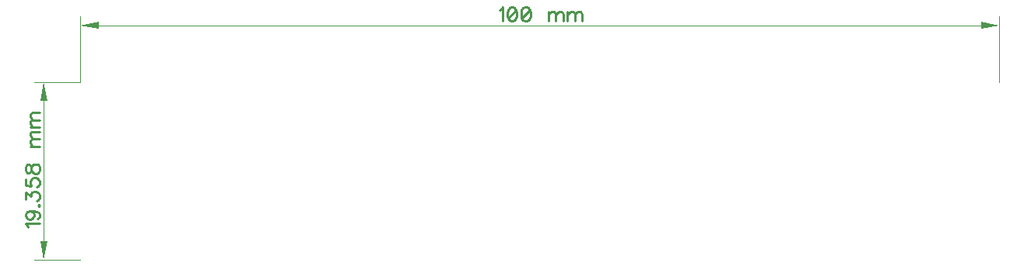
<source format=gbr>
G04 DipTrace 4.3.0.5*
G04 TopDimension.gbr*
%MOMM*%
G04 #@! TF.FileFunction,Drawing,Top*
G04 #@! TF.Part,Single*
%ADD15C,0.035*%
%ADD26C,0.23529*%
%FSLAX35Y35*%
G04*
G71*
G90*
G75*
G01*
G04 TopDimension*
%LPD*%
X-5000000Y1777100D2*
D15*
X-5497500D1*
X-5000000Y-158750D2*
X-5497500D1*
X-5397500Y809175D2*
Y1577100D1*
G36*
Y1777100D2*
X-5357500Y1577100D1*
X-5437500D1*
X-5397500Y1777100D1*
G37*
Y809175D2*
D15*
Y41250D1*
G36*
Y-158750D2*
X-5437500Y41250D1*
X-5357500D1*
X-5397500Y-158750D1*
G37*
X-5000000Y1777100D2*
D15*
Y2497123D1*
X5000000Y1777087D2*
Y2497123D1*
X0Y2397123D2*
X-4800000D1*
G36*
X-5000000D2*
X-4800000Y2437123D1*
Y2357123D1*
X-5000000Y2397123D1*
G37*
X0D2*
D15*
X4800000D1*
G36*
X5000000D2*
X4800000Y2357123D1*
Y2437123D1*
X5000000Y2397123D1*
G37*
X-5567842Y195547D2*
D26*
X-5575255Y210203D1*
X-5596986Y232103D1*
X-5444023D1*
X-5546111Y374006D2*
X-5524211Y366593D1*
X-5509555Y352106D1*
X-5502311Y330206D1*
Y322962D1*
X-5509555Y301062D1*
X-5524211Y286574D1*
X-5546111Y279162D1*
X-5553355D1*
X-5575255Y286574D1*
X-5589742Y301062D1*
X-5596986Y322962D1*
Y330206D1*
X-5589742Y352106D1*
X-5575255Y366593D1*
X-5546111Y374006D1*
X-5509555D1*
X-5473167Y366593D1*
X-5451267Y352106D1*
X-5444023Y330206D1*
Y315718D1*
X-5451267Y293818D1*
X-5465923Y286574D1*
X-5458679Y428308D2*
X-5451267Y421064D1*
X-5444023Y428308D1*
X-5451267Y435721D1*
X-5458679Y428308D1*
X-5596986Y497435D2*
Y577455D1*
X-5538698Y533823D1*
Y555723D1*
X-5531455Y570211D1*
X-5524211Y577455D1*
X-5502311Y584867D1*
X-5487823D1*
X-5465923Y577455D1*
X-5451267Y562967D1*
X-5444023Y541067D1*
Y519167D1*
X-5451267Y497435D1*
X-5458679Y490192D1*
X-5473167Y482779D1*
X-5596986Y719357D2*
Y646582D1*
X-5531455Y639338D1*
X-5538698Y646582D1*
X-5546111Y668482D1*
Y690214D1*
X-5538698Y712114D1*
X-5524211Y726770D1*
X-5502311Y734014D1*
X-5487823D1*
X-5465923Y726770D1*
X-5451267Y712114D1*
X-5444023Y690214D1*
Y668482D1*
X-5451267Y646582D1*
X-5458679Y639338D1*
X-5473167Y631926D1*
X-5596986Y817460D2*
X-5589742Y795729D1*
X-5575255Y788316D1*
X-5560598D1*
X-5546111Y795729D1*
X-5538698Y810216D1*
X-5531455Y839360D1*
X-5524211Y861260D1*
X-5509555Y875748D1*
X-5495067Y882992D1*
X-5473167D1*
X-5458679Y875748D1*
X-5451267Y868504D1*
X-5444023Y846604D1*
Y817460D1*
X-5451267Y795729D1*
X-5458679Y788316D1*
X-5473167Y781072D1*
X-5495067D1*
X-5509555Y788316D1*
X-5524211Y802972D1*
X-5531455Y824704D1*
X-5538698Y853848D1*
X-5546111Y868504D1*
X-5560598Y875748D1*
X-5575255D1*
X-5589742Y868504D1*
X-5596986Y846604D1*
Y817460D1*
X-5546111Y1078186D2*
X-5444023D1*
X-5516967D2*
X-5538867Y1100086D1*
X-5546111Y1114742D1*
Y1136474D1*
X-5538867Y1151130D1*
X-5516967Y1158374D1*
X-5444023D1*
X-5516967D2*
X-5538867Y1180274D1*
X-5546111Y1194930D1*
Y1216662D1*
X-5538867Y1231318D1*
X-5516967Y1238730D1*
X-5444023D1*
X-5546111Y1285789D2*
X-5444023D1*
X-5516967D2*
X-5538867Y1307689D1*
X-5546111Y1322345D1*
Y1344077D1*
X-5538867Y1358733D1*
X-5516967Y1365977D1*
X-5444023D1*
X-5516967D2*
X-5538867Y1387877D1*
X-5546111Y1402533D1*
Y1424264D1*
X-5538867Y1438920D1*
X-5516967Y1446333D1*
X-5444023D1*
X-437330Y2567466D2*
X-422674Y2574878D1*
X-400774Y2596609D1*
Y2443646D1*
X-309915Y2596609D2*
X-331815Y2589366D1*
X-346472Y2567466D1*
X-353715Y2531078D1*
Y2509178D1*
X-346472Y2472790D1*
X-331815Y2450890D1*
X-309915Y2443646D1*
X-295428D1*
X-273528Y2450890D1*
X-259040Y2472790D1*
X-251628Y2509178D1*
Y2531078D1*
X-259040Y2567466D1*
X-273528Y2589366D1*
X-295428Y2596609D1*
X-309915D1*
X-259040Y2567466D2*
X-346472Y2472790D1*
X-160769Y2596609D2*
X-182669Y2589366D1*
X-197325Y2567466D1*
X-204569Y2531078D1*
Y2509178D1*
X-197325Y2472790D1*
X-182669Y2450890D1*
X-160769Y2443646D1*
X-146281D1*
X-124381Y2450890D1*
X-109894Y2472790D1*
X-102481Y2509178D1*
Y2531078D1*
X-109894Y2567466D1*
X-124381Y2589366D1*
X-146281Y2596609D1*
X-160769D1*
X-109894Y2567466D2*
X-197325Y2472790D1*
X92713Y2545734D2*
Y2443646D1*
Y2516590D2*
X114613Y2538490D1*
X129269Y2545734D1*
X151001D1*
X165657Y2538490D1*
X172901Y2516590D1*
Y2443646D1*
Y2516590D2*
X194801Y2538490D1*
X209457Y2545734D1*
X231189D1*
X245845Y2538490D1*
X253257Y2516590D1*
Y2443646D1*
X300316Y2545734D2*
Y2443646D1*
Y2516590D2*
X322216Y2538490D1*
X336872Y2545734D1*
X358604D1*
X373260Y2538490D1*
X380504Y2516590D1*
Y2443646D1*
Y2516590D2*
X402404Y2538490D1*
X417060Y2545734D1*
X438791D1*
X453448Y2538490D1*
X460860Y2516590D1*
Y2443646D1*
M02*

</source>
